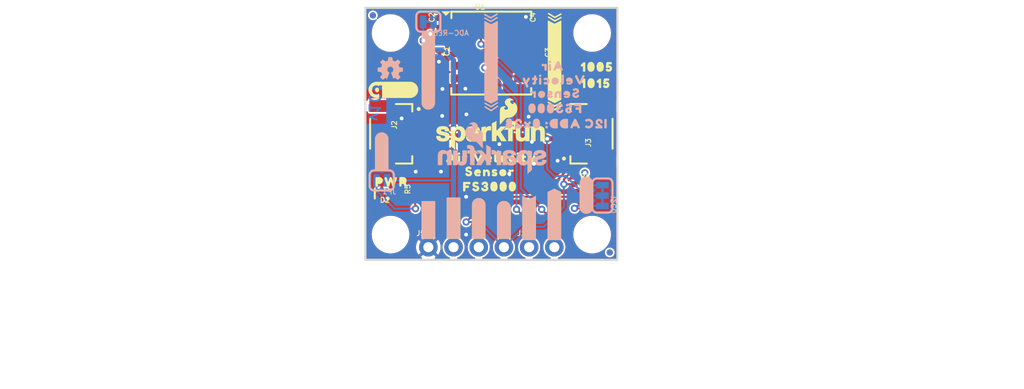
<source format=kicad_pcb>
(kicad_pcb (version 20211014) (generator pcbnew)
  (layers (0 "F.Cu" signal) (31 "B.Cu" signal) (34 "B.Paste" user) (35 "F.Paste" user) (36 "B.SilkS" user "B.Silkscreen") (37 "F.SilkS" user "F.Silkscreen") (38 "B.Mask" user) (39 "F.Mask" user) (44 "Edge.Cuts" user))
  (net 0 "")
  (net 1 "3.3V")
  (net 2 "GND")
  (net 3 "SCL")
  (net 4 "SDA")
  (net 5 "N$1")
  (net 6 "N$2")
  (net 7 "N$6")
  (net 8 "N$8")
  (net 9 "N$3")
  (net 10 "N$4")
  (net 11 "VCM")
  (net 12 "ADC-REF")
  (footprint "eagleBoard:QWIIC_5MM" (layer "F.Cu") (at 138.5951 100.5586)
    (fp_text reference "LOGO4" hide)
    (fp_text value "QWIIC_LOGO_5MM" hide)
  )
  (footprint "eagleBoard:#ADCR#4" (layer "F.Cu") (at 154.8511 116.0526 90)
    (fp_text reference "U$10" hide)
    (fp_text value "" hide)
  )
  (footprint "eagleBoard:STAND-OFF" (layer "F.Cu") (at 158.6611 94.8436)
    (fp_text reference "JP4" hide)
    (fp_text value "STAND-OFF" hide)
    (pad "" np_thru_hole circle (at 0 0) (size 3.302 3.302) (drill 3.302) (layers *.Cu *.Mask))
  )
  (footprint "eagleBoard:SFE_LOGO_NAME_FLAME_.1" (layer "F.Cu") (at 148.5011 105.1306)
    (fp_text reference "LOGO5" hide)
    (fp_text value "SFE_LOGO_NAME_FLAME.1_INCH" hide)
  )
  (footprint "eagleBoard:SENSOR30005" (layer "F.Cu") (at 148.3741 108.8136)
    (fp_text reference "U$19" hide)
    (fp_text value "" hide)
  )
  (footprint "eagleBoard:#VCM#3" (layer "F.Cu") (at 152.3111 116.0526 90)
    (fp_text reference "U$30" hide)
    (fp_text value "" hide)
  )
  (footprint "eagleBoard:CREATIVE_COMMONS" (layer "F.Cu") (at 119.2911 130.4036)
    (fp_text reference "FRAME1" hide)
    (fp_text value "FRAME-LETTER" hide)
  )
  (footprint "eagleBoard:FIDUCIAL-MICRO" (layer "F.Cu") (at 160.4391 116.967)
    (fp_text reference "JP2" hide)
    (fp_text value "FIDUCIALUFIDUCIAL" hide)
    (pad "1" smd roundrect (at 0 0) (size 0.635 0.635) (layers "F.Cu" "F.Mask") (roundrect_rratio 0.5))
  )
  (footprint "eagleBoard:STAND-OFF" (layer "F.Cu") (at 138.3411 94.8436)
    (fp_text reference "JP3" hide)
    (fp_text value "STAND-OFF" hide)
    (pad "" np_thru_hole circle (at 0 0) (size 3.302 3.302) (drill 3.302) (layers *.Cu *.Mask))
  )
  (footprint "eagleBoard:0402-TIGHT" (layer "F.Cu") (at 157.3911 110.0836)
    (fp_text reference "R4" (at 0 -0.762) (layer "F.SilkS") (effects (font (size 0.512064 0.512064) (thickness 0.097536)) (justify left)))
    (fp_text value "2.2k")
    (pad "1" smd roundrect (at -0.5 0) (size 0.6 0.6) (layers "F.Cu" "F.Paste" "F.Mask") (roundrect_rratio 0.08466666667) (net 3 "SCL"))
    (pad "2" smd roundrect (at 0.5 0) (size 0.6 0.6) (layers "F.Cu" "F.Paste" "F.Mask") (roundrect_rratio 0.08466666667) (net 6 "N$2"))
  )
  (footprint "eagleBoard:#AIRFLOW#0" (layer "F.Cu") (at 154.8765 97.7392 90)
    (fp_text reference "U$23" hide)
    (fp_text value "" hide)
  )
  (footprint "eagleBoard:FS3000" (layer "F.Cu") (at 148.5011 96.8756)
    (fp_text reference "U1" (at -1.7145 -4.65455) (layer "F.SilkS") (effects (font (size 0.512064 0.512064) (thickness 0.097536)) (justify left)))
    (fp_text value "FS3000")
    (fp_poly (pts (xy 1.005 4.035) (xy -1.005 4.035) (xy -1.005 2.965) (xy 1.005 2.965)) (layer "F.Cu") (width 0) (fill solid))
    (fp_poly (pts (xy 1.005 -3.085) (xy -1.005 -3.085) (xy -1.005 -4.045) (xy 1.005 -4.045)) (layer "F.Cu") (width 0) (fill solid))
    (pad "1" smd roundrect (at -3.2 -2.54) (size 1.8 0.8) (layers "F.Cu" "F.Mask") (roundrect_rratio 0.0635) (net 12 "ADC-REF"))
    (pad "2" smd roundrect (at -3.2 -1.27) (size 1.8 0.8) (layers "F.Cu" "F.Mask") (roundrect_rratio 0.0635) (net 1 "3.3V"))
    (pad "3" smd roundrect (at -3.05 0) (size 2.1 0.8) (layers "F.Cu" "F.Mask") (roundrect_rratio 0.0635) (net 2 "GND"))
    (pad "4" smd roundrect (at -3.2 1.27) (size 1.8 0.8) (layers "F.Cu" "F.Mask") (roundrect_rratio 0.0635))
    (pad "5" smd roundrect (at -3.2 2.54) (size 1.8 0.8) (layers "F.Cu" "F.Mask") (roundrect_rratio 0.0635))
    (pad "6" smd roundrect (at 3.2 2.54) (size 1.8 0.8) (layers "F.Cu" "F.Mask") (roundrect_rratio 0.0635) (net 4 "SDA"))
    (pad "7" smd roundrect (at 3.2 1.27) (size 1.8 0.8) (layers "F.Cu" "F.Mask") (roundrect_rratio 0.0635) (net 3 "SCL"))
    (pad "8" smd roundrect (at 3.2 0) (size 1.8 0.8) (layers "F.Cu" "F.Mask") (roundrect_rratio 0.0635) (net 10 "N$4"))
    (pad "9" smd roundrect (at 3.2 -1.27) (size 1.8 0.8) (layers "F.Cu" "F.Mask") (roundrect_rratio 0.0635) (net 9 "N$3"))
    (pad "10" smd roundrect (at 3.2 -2.54) (size 1.8 0.8) (layers "F.Cu" "F.Mask") (roundrect_rratio 0.0635) (net 11 "VCM"))
    (pad "11" smd roundrect (at 0 3.24) (size 2 1.59) (layers "F.Cu" "F.Mask") (roundrect_rratio 0.375))
    (pad "12" smd roundrect (at 0 -3.24) (size 2 1.59) (layers "F.Cu" "F.Mask") (roundrect_rratio 0.375))
  )
  (footprint "eagleBoard:0402-TIGHT" (layer "F.Cu") (at 143.2687 96.1136 -90)
    (fp_text reference "C1" (at 0 -0.762 90) (layer "F.SilkS") (effects (font (size 0.512064 0.512064) (thickness 0.097536)) (justify right)))
    (fp_text value "0.1uF")
    (pad "1" smd roundrect (at -0.5 0 270) (size 0.6 0.6) (layers "F.Cu" "F.Paste" "F.Mask") (roundrect_rratio 0.08466666667) (net 1 "3.3V"))
    (pad "2" smd roundrect (at 0.5 0 270) (size 0.6 0.6) (layers "F.Cu" "F.Paste" "F.Mask") (roundrect_rratio 0.08466666667) (net 2 "GND"))
  )
  (footprint "eagleBoard:AIR30004" (layer "F.Cu") (at 145.0721 107.4166)
    (fp_text reference "U$18" hide)
    (fp_text value "" hide)
  )
  (footprint "eagleBoard:LED-0603" (layer "F.Cu") (at 138.3411 111.0488 180)
    (fp_text reference "D2" (at 0 -0.635) (layer "F.SilkS") (effects (font (size 0.512064 0.512064) (thickness 0.097536)) (justify right)))
    (fp_text value "RED")
    (pad "A" smd roundrect (at -0.877 0 90) (size 1 1) (layers "F.Cu" "F.Paste" "F.Mask") (roundrect_rratio 0.15) (net 7 "N$6"))
    (pad "C" smd roundrect (at 0.877 0 90) (size 1 1) (layers "F.Cu" "F.Paste" "F.Mask") (roundrect_rratio 0.15) (net 2 "GND"))
  )
  (footprint "eagleBoard:0402-TIGHT" (layer "F.Cu") (at 143.2687 93.8276 90)
    (fp_text reference "C2" (at 0 -0.762 90) (layer "F.SilkS") (effects (font (size 0.512064 0.512064) (thickness 0.097536)) (justify left)))
    (fp_text value "0.1uF")
    (pad "1" smd roundrect (at -0.5 0 90) (size 0.6 0.6) (layers "F.Cu" "F.Paste" "F.Mask") (roundrect_rratio 0.08466666667) (net 12 "ADC-REF"))
    (pad "2" smd roundrect (at 0.5 0 90) (size 0.6 0.6) (layers "F.Cu" "F.Paste" "F.Mask") (roundrect_rratio 0.08466666667) (net 2 "GND"))
  )
  (footprint "eagleBoard:#3#3V#0" (layer "F.Cu") (at 144.6911 115.9256 90)
    (fp_text reference "U$7" hide)
    (fp_text value "" hide)
  )
  (footprint "eagleBoard:#SCL#0" (layer "F.Cu") (at 149.7711 115.9256 90)
    (fp_text reference "U$11" hide)
    (fp_text value "" hide)
  )
  (footprint "eagleBoard:JST04_1MM_RA" (layer "F.Cu") (at 156.1211 105.0036 90)
    (fp_text reference "J3" (at -1.397 2.159 90) (layer "F.SilkS") (effects (font (size 0.512064 0.512064) (thickness 0.097536)) (justify left)))
    (fp_text value "QWIIC_RA")
    (pad "1" smd roundrect (at -1.5 0 90) (size 0.6 1.35) (layers "F.Cu" "F.Paste" "F.Mask") (roundrect_rratio 0.08466666667) (net 2 "GND"))
    (pad "2" smd roundrect (at -0.5 0 90) (size 0.6 1.35) (layers "F.Cu" "F.Paste" "F.Mask") (roundrect_rratio 0.08466666667) (net 1 "3.3V"))
    (pad "3" smd roundrect (at 0.5 0 90) (size 0.6 1.35) (layers "F.Cu" "F.Paste" "F.Mask") (roundrect_rratio 0.08466666667) (net 4 "SDA"))
    (pad "4" smd roundrect (at 1.5 0 90) (size 0.6 1.35) (layers "F.Cu" "F.Paste" "F.Mask") (roundrect_rratio 0.08466666667) (net 3 "SCL"))
    (pad "NC1" smd roundrect (at 2.8 3.675 90) (size 1.2 2) (layers "F.Cu" "F.Paste" "F.Mask") (roundrect_rratio 0.04233333333))
    (pad "NC2" smd roundrect (at -2.8 3.675 90) (size 1.2 2) (layers "F.Cu" "F.Paste" "F.Mask") (roundrect_rratio 0.04233333333))
  )
  (footprint "eagleBoard:VELOCITY30003" (layer "F.Cu") (at 149.8981 107.4166)
    (fp_text reference "U$16" hide)
    (fp_text value "" hide)
  )
  (footprint "eagleBoard:0402-TIGHT" (layer "F.Cu") (at 140.8303 111.1504 90)
    (fp_text reference "R5" (at 0 -0.762 90) (layer "F.SilkS") (effects (font (size 0.512064 0.512064) (thickness 0.097536)) (justify left)))
    (fp_text value "1k")
    (pad "1" smd roundrect (at -0.5 0 90) (size 0.6 0.6) (layers "F.Cu" "F.Paste" "F.Mask") (roundrect_rratio 0.08466666667) (net 8 "N$8"))
    (pad "2" smd roundrect (at 0.5 0 90) (size 0.6 0.6) (layers "F.Cu" "F.Paste" "F.Mask") (roundrect_rratio 0.08466666667) (net 7 "N$6"))
  )
  (footprint "eagleBoard:10050" (layer "F.Cu") (at 159.1691 98.2726)
    (fp_text reference "U$12" hide)
    (fp_text value "" hide)
  )
  (footprint "eagleBoard:PWR0" (layer "F.Cu") (at 138.4427 109.855)
    (fp_text reference "U$25" hide)
    (fp_text value "" hide)
  )
  (footprint "eagleBoard:STAND-OFF" (layer "F.Cu") (at 138.3411 115.1636)
    (fp_text reference "JP8" hide)
    (fp_text value "STAND-OFF" hide)
    (pad "" np_thru_hole circle (at 0 0) (size 3.302 3.302) (drill 3.302) (layers *.Cu *.Mask))
  )
  (footprint "eagleBoard:0402-TIGHT" (layer "F.Cu") (at 153.4541 96.2406 -90)
    (fp_text reference "C3" (at 0 -0.762 90) (layer "F.SilkS") (effects (font (size 0.512064 0.512064) (thickness 0.097536)) (justify right)))
    (fp_text value "0.1uF")
    (pad "1" smd roundrect (at -0.5 0 270) (size 0.6 0.6) (layers "F.Cu" "F.Paste" "F.Mask") (roundrect_rratio 0.08466666667) (net 9 "N$3"))
    (pad "2" smd roundrect (at 0.5 0 270) (size 0.6 0.6) (layers "F.Cu" "F.Paste" "F.Mask") (roundrect_rratio 0.08466666667) (net 10 "N$4"))
  )
  (footprint "eagleBoard:FS30001" (layer "F.Cu") (at 148.3741 110.3376)
    (fp_text reference "U$14" hide)
    (fp_text value "" hide)
  )
  (footprint "eagleBoard:10150" (layer "F.Cu") (at 159.0421 99.9236)
    (fp_text reference "U$29" hide)
    (fp_text value "" hide)
  )
  (footprint "eagleBoard:0402-TIGHT" (layer "F.Cu") (at 157.3911 111.3536)
    (fp_text reference "R3" (at 0 -0.762) (layer "F.SilkS") (effects (font (size 0.512064 0.512064) (thickness 0.097536)) (justify left)))
    (fp_text value "2.2k")
    (pad "1" smd roundrect (at -0.5 0) (size 0.6 0.6) (layers "F.Cu" "F.Paste" "F.Mask") (roundrect_rratio 0.08466666667) (net 4 "SDA"))
    (pad "2" smd roundrect (at 0.5 0) (size 0.6 0.6) (layers "F.Cu" "F.Paste" "F.Mask") (roundrect_rratio 0.08466666667) (net 5 "N$1"))
  )
  (footprint "eagleBoard:0402-TIGHT" (layer "F.Cu") (at 153.4541 93.8276 90)
    (fp_text reference "C4" (at 0 -0.762 90) (layer "F.SilkS") (effects (font (size 0.512064 0.512064) (thickness 0.097536)) (justify left)))
    (fp_text value "1.0uF")
    (pad "1" smd roundrect (at -0.5 0 90) (size 0.6 0.6) (layers "F.Cu" "F.Paste" "F.Mask") (roundrect_rratio 0.08466666667) (net 11 "VCM"))
    (pad "2" smd roundrect (at 0.5 0 90) (size 0.6 0.6) (layers "F.Cu" "F.Paste" "F.Mask") (roundrect_rratio 0.08466666667) (net 2 "GND"))
  )
  (footprint "eagleBoard:STAND-OFF" (layer "F.Cu") (at 158.6611 115.1636)
    (fp_text reference "JP7" hide)
    (fp_text value "STAND-OFF" hide)
    (pad "" np_thru_hole circle (at 0 0) (size 3.302 3.302) (drill 3.302) (layers *.Cu *.Mask))
  )
  (footprint "eagleBoard:FIDUCIAL-MICRO" (layer "F.Cu") (at 136.5631 93.0656)
    (fp_text reference "JP6" hide)
    (fp_text value "FIDUCIALUFIDUCIAL" hide)
    (pad "1" smd roundrect (at 0 0) (size 0.635 0.635) (layers "F.Cu" "F.Mask") (roundrect_rratio 0.5))
  )
  (footprint "eagleBoard:1X02_NO_SILK" (layer "F.Cu") (at 152.3111 116.4336)
    (fp_text reference "J1" (at -1.27 -1.397) (layer "F.SilkS") (effects (font (size 0.512064 0.512064) (thickness 0.097536)) (justify left)))
    (fp_text value "")
    (pad "1" thru_hole circle (at 0 0 90) (size 1.8796 1.8796) (drill 1.016) (layers *.Cu *.Mask) (net 11 "VCM"))
    (pad "2" thru_hole circle (at 2.54 0 90) (size 1.8796 1.8796) (drill 1.016) (layers *.Cu *.Mask) (net 12 "ADC-REF"))
  )
  (footprint "eagleBoard:1X04_NO_SILK" (layer "F.Cu") (at 142.1511 116.4336)
    (fp_text reference "J5" (at -1.27 -1.397) (layer "F.SilkS") (effects (font (size 0.512064 0.512064) (thickness 0.097536)) (justify left)))
    (fp_text value "")
    (pad "1" thru_hole circle (at 0 0 90) (size 1.8796 1.8796) (drill 1.016) (layers *.Cu *.Mask) (net 2 "GND"))
    (pad "2" thru_hole circle (at 2.54 0 90) (size 1.8796 1.8796) (drill 1.016) (layers *.Cu *.Mask) (net 1 "3.3V"))
    (pad "3" thru_hole circle (at 5.08 0 90) (size 1.8796 1.8796) (drill 1.016) (layers *.Cu *.Mask) (net 4 "SDA"))
    (pad "4" thru_hole circle (at 7.62 0 90) (size 1.8796 1.8796) (drill 1.016) (layers *.Cu *.Mask) (net 3 "SCL"))
  )
  (footprint "eagleBoard:JST04_1MM_RA" (layer "F.Cu") (at 140.8811 105.0036 -90)
    (fp_text reference "J2" (at -1.397 2.159 90) (layer "F.SilkS") (effects (font (size 0.512064 0.512064) (thickness 0.097536)) (justify right)))
    (fp_text value "QWIIC_RA")
    (pad "1" smd roundrect (at -1.5 0 270) (size 0.6 1.35) (layers "F.Cu" "F.Paste" "F.Mask") (roundrect_rratio 0.08466666667) (net 2 "GND"))
    (pad "2" smd roundrect (at -0.5 0 270) (size 0.6 1.35) (layers "F.Cu" "F.Paste" "F.Mask") (roundrect_rratio 0.08466666667) (net 1 "3.3V"))
    (pad "3" smd roundrect (at 0.5 0 270) (size 0.6 1.35) (layers "F.Cu" "F.Paste" "F.Mask") (roundrect_rratio 0.08466666667) (net 4 "SDA"))
    (pad "4" smd roundrect (at 1.5 0 270) (size 0.6 1.35) (layers "F.Cu" "F.Paste" "F.Mask") (roundrect_rratio 0.08466666667) (net 3 "SCL"))
    (pad "NC1" smd roundrect (at 2.8 3.675 270) (size 1.2 2) (layers "F.Cu" "F.Paste" "F.Mask") (roundrect_rratio 0.04233333333))
    (pad "NC2" smd roundrect (at -2.8 3.675 270) (size 1.2 2) (layers "F.Cu" "F.Paste" "F.Mask") (roundrect_rratio 0.04233333333))
  )
  (footprint "eagleBoard:#SDA#0" (layer "F.Cu") (at 147.2311 115.9256 90)
    (fp_text reference "U$9" hide)
    (fp_text value "" hide)
  )
  (footprint "eagleBoard:#GND#0" (layer "F.Cu") (at 142.1511 115.9256 90)
    (fp_text reference "U$5" hide)
    (fp_text value "" hide)
  )
  (footprint "eagleBoard:#VCM#3" (layer "B.Cu") (at 152.3111 116.0526 90)
    (fp_text reference "U$31" hide)
    (fp_text value "" hide)
  )
  (footprint "eagleBoard:SMT-JUMPER_2_NC_TRACE_SILK" (layer "B.Cu") (at 142.1511 93.7006)
    (fp_text reference "ADC-REF0" (at 0 1.143) (layer "B.SilkS") (effects (font (size 0.512064 0.512064) (thickness 0.097536)) (justify right mirror)))
    (fp_text value "")
    (fp_poly (pts (xy 0.1905 -0.13335) (xy -0.70485 -0.13335) (xy -0.70485 0.13335) (xy 0.1905 0.13335)) (layer "B.Cu") (width 0) (fill solid))
    (pad "1" smd roundrect (at -0.5207 0) (size 0.6604 1.27) (layers "B.Cu" "B.Mask") (roundrect_rratio 0.07692307692) (net 1 "3.3V"))
    (pad "2" smd roundrect (at 0.5207 0) (size 0.6604 1.27) (layers "B.Cu" "B.Mask") (roundrect_rratio 0.07692307692) (net 12 "ADC-REF"))
  )
  (footprint "eagleBoard:#ADC#REF#0" (layer "B.Cu") (at 142.1511 94.4626 90)
    (fp_text reference "U$15" hide)
    (fp_text value "" hide)
  )
  (footprint "eagleBoard:FS30001" (layer "B.Cu") (at 154.8511 102.4636 180)
    (fp_text reference "U$17" hide)
    (fp_text value "" hide)
  )
  (footprint "eagleBoard:#GND#0" (layer "B.Cu") (at 142.1511 115.9256 90)
    (fp_text reference "U$6" hide)
    (fp_text value "" hide)
  )
  (footprint "eagleBoard:SFE_LOGO_NAME_FLAME_.1" (layer "B.Cu") (at 148.5011 107.5436 180)
    (fp_text reference "LOGO3" hide)
    (fp_text value "SFE_LOGO_NAME_FLAME.1_INCH" hide)
  )
  (footprint "eagleBoard:#ADCR#4" (layer "B.Cu") (at 154.8511 116.0526 90)
    (fp_text reference "U$13" hide)
    (fp_text value "" hide)
  )
  (footprint "eagleBoard:I2C_ADD#_0X280" (layer "B.Cu") (at 154.9781 103.9876 180)
    (fp_text reference "U$28" hide)
    (fp_text value "" hide)
  )
  (footprint "eagleBoard:#SDA#0" (layer "B.Cu") (at 147.2311 115.9256 90)
    (fp_text reference "U$4" hide)
    (fp_text value "" hide)
  )
  (footprint "eagleBoard:#I2C#0" (layer "B.Cu") (at 158.0769 109.3216 90)
    (fp_text reference "U$27" hide)
    (fp_text value "" hide)
  )
  (footprint "eagleBoard:FIDUCIAL-MICRO" (layer "B.Cu") (at 160.4391 116.967 180)
    (fp_text reference "JP11" hide)
    (fp_text value "FIDUCIALUFIDUCIAL" hide)
    (pad "1" smd roundrect (at 0 0 180) (size 0.635 0.635) (layers "B.Cu" "B.Mask") (roundrect_rratio 0.5))
  )
  (footprint "eagleBoard:#SCL#0" (layer "B.Cu") (at 149.7711 115.9256 90)
    (fp_text reference "U$3" hide)
    (fp_text value "" hide)
  )
  (footprint "eagleBoard:#AIRFLOW#0" (layer "B.Cu") (at 148.4757 97.79 90)
    (fp_text reference "U$26" hide)
    (fp_text value "" hide)
  )
  (footprint "eagleBoard:SMT-JUMPER_2_NC_TRACE_SILK" (layer "B.Cu") (at 137.4521 109.7026)
    (fp_text reference "JP1" (at 0 1.143) (layer "B.SilkS") (effects (font (size 0.512064 0.512064) (thickness 0.097536)) (justify right mirror)))
    (fp_text value "LED")
    (fp_poly (pts (xy 0.1905 -0.13335) (xy -0.70485 -0.13335) (xy -0.70485 0.13335) (xy 0.1905 0.13335)) (layer "B.Cu") (width 0) (fill solid))
    (pad "1" smd roundrect (at -0.5207 0) (size 0.6604 1.27) (layers "B.Cu" "B.Mask") (roundrect_rratio 0.07692307692) (net 8 "N$8"))
    (pad "2" smd roundrect (at 0.5207 0) (size 0.6604 1.27) (layers "B.Cu" "B.Mask") (roundrect_rratio 0.07692307692) (net 1 "3.3V"))
  )
  (footprint "eagleBoard:OSHW-LOGO-MINI" (layer "B.Cu") (at 138.3157 98.5266 180)
    (fp_text reference "LOGO1" hide)
    (fp_text value "OSHW-LOGOMINI" hide)
  )
  (footprint "eagleBoard:FIDUCIAL-MICRO" (layer "B.Cu") (at 136.5631 93.0656 180)
    (fp_text reference "JP5" hide)
    (fp_text value "FIDUCIALUFIDUCIAL" hide)
    (pad "1" smd roundrect (at 0 0 180) (size 0.635 0.635) (layers "B.Cu" "B.Mask") (roundrect_rratio 0.5))
  )
  (footprint "eagleBoard:AIR30004" (layer "B.Cu") (at 154.5717 98.171 180)
    (fp_text reference "U$21" hide)
    (fp_text value "" hide)
  )
  (footprint "eagleBoard:#LED#0" (layer "B.Cu") (at 137.4521 109.0676 90)
    (fp_text reference "U$24" hide)
    (fp_text value "" hide)
  )
  (footprint "eagleBoard:SENSOR30005" (layer "B.Cu") (at 154.8511 100.9142 180)
    (fp_text reference "U$22" hide)
    (fp_text value "" hide)
  )
  (footprint "eagleBoard:VELOCITY30003" (layer "B.Cu") (at 154.6987 99.568 180)
    (fp_text reference "U$20" hide)
    (fp_text value "" hide)
  )
  (footprint "eagleBoard:#3#3V#0" (layer "B.Cu") (at 144.6911 115.9256 90)
    (fp_text reference "U$8" hide)
    (fp_text value "" hide)
  )
  (footprint "eagleBoard:SMT-JUMPER_3_2-NC_TRACE_SILK" (layer "B.Cu") (at 159.7025 111.2266 90)
    (fp_text reference "I2C0" (at 0 1.143 90) (layer "B.SilkS") (effects (font (size 0.512064 0.512064) (thickness 0.097536)) (justify left mirror)))
    (fp_text value "")
    (fp_poly (pts (xy 0.7112 -0.13335) (xy -0.7112 -0.13335) (xy -0.7112 0.13335) (xy 0.7112 0.13335)) (layer "B.Cu") (width 0) (fill solid))
    (pad "1" smd roundrect (at -1.0414 0 90) (size 0.6604 1.27) (layers "B.Cu" "B.Mask") (roundrect_rratio 0.07692307692) (net 5 "N$1"))
    (pad "2" smd roundrect (at 0 0 90) (size 0.6604 1.27) (layers "B.Cu" "B.Mask") (roundrect_rratio 0.07692307692) (net 1 "3.3V"))
    (pad "3" smd roundrect (at 1.0414 0 90) (size 0.6604 1.27) (layers "B.Cu" "B.Mask") (roundrect_rratio 0.07692307692) (net 6 "N$2"))
  )
  (gr_line (start 148.4757 102.2604) (end 149.1107 101.8794) (layer "B.SilkS") (width 0.1524))
  (gr_line (start 148.4503 93.3196) (end 149.0853 92.9386) (layer "B.SilkS") (width 0.1524))
  (gr_line (start 147.8407 93.345) (end 148.4503 93.6752) (layer "B.SilkS") (width 0.1524))
  (gr_line (start 147.8661 102.2858) (end 148.4757 102.6668) (layer "B.SilkS") (width 0.1524))
  (gr_line (start 147.8407 92.9894) (end 148.4503 93.3196) (layer "B.SilkS") (width 0.1524))
  (gr_line (start 148.4503 93.6752) (end 149.0853 93.2942) (layer "B.SilkS") (width 0.1524))
  (gr_line (start 147.8661 101.9302) (end 148.4757 102.2604) (layer "B.SilkS") (width 0.1524))
  (gr_line (start 148.4757 102.6668) (end 149.1107 102.235) (layer "B.SilkS") (width 0.1524))
  (gr_line (start 154.8765 102.2096) (end 154.2415 101.8286) (layer "F.SilkS") (width 0.1524))
  (gr_line (start 154.9019 93.6244) (end 154.2669 93.2434) (layer "F.SilkS") (width 0.1524))
  (gr_line (start 154.9019 93.2688) (end 154.2669 92.8878) (layer "F.SilkS") (width 0.1524))
  (gr_line (start 155.5115 92.9386) (end 154.9019 93.2688) (layer "F.SilkS") (width 0.1524))
  (gr_line (start 155.5115 93.2942) (end 154.9019 93.6244) (layer "F.SilkS") (width 0.1524))
  (gr_line (start 154.8765 102.5652) (end 154.2415 102.1842) (layer "F.SilkS") (width 0.1524))
  (gr_line (start 155.4861 102.235) (end 154.8765 102.5652) (layer "F.SilkS") (width 0.1524))
  (gr_line (start 155.4861 101.8794) (end 154.8765 102.2096) (layer "F.SilkS") (width 0.1524))
  (gr_line (start 161.2011 92.3036) (end 161.2011 117.7036) (layer "Edge.Cuts") (width 0.2032))
  (gr_line (start 135.8011 92.3036) (end 161.2011 92.3036) (layer "Edge.Cuts") (width 0.2032))
  (gr_line (start 161.2011 117.7036) (end 135.8011 117.7036) (layer "Edge.Cuts") (width 0.2032))
  (gr_line (start 135.8011 117.7036) (end 135.8011 92.3036) (layer "Edge.Cuts") (width 0.2032))
  (gr_text "v10" (at 136.7155 102.2858 -90) (layer "B.Cu") (effects (font (size 1.0795 1.0795) (thickness 0.1905)) (justify mirror)))
  (segment (start 154.1319 105.5036) (end 153.1319 104.5036) (width 0.508) (layer "F.Cu") (net 1))
  (segment (start 143.2687 95.6136) (end 145.2931 95.6136) (width 0.2032) (layer "F.Cu") (net 1))
  (segment (start 140.8811 104.5036) (end 144.6831 104.5036) (width 0.508) (layer "F.Cu") (net 1))
  (segment (start 145.2931 95.6136) (end 145.3011 95.6056) (width 0.2032) (layer "F.Cu") (net 1))
  (segment (start 143.2607 95.6056) (end 143.2687 95.6136) (width 0.2032) (layer "F.Cu") (net 1))
  (segment (start 141.6431 95.6056) (end 143.2607 95.6056) (width 0.2032) (layer "F.Cu") (net 1))
  (segment (start 144.6831 104.5036) (end 144.6911 104.4956) (width 0.508) (layer "F.Cu") (net 1))
  (segment (start 156.1211 105.5036) (end 154.1319 105.5036) (width 0.508) (layer "F.Cu") (net 1))
  (segment (start 153.1319 104.5036) (end 144.6831 104.5036) (width 0.508) (layer "F.Cu") (net 1))
  (via (at 154.1319 105.5036) (size 0.7366) (drill 0.381) (layers "F.Cu" "B.Cu") (net 1))
  (via (at 144.6911 104.4956) (size 0.7366) (drill 0.381) (layers "F.Cu" "B.Cu") (net 1))
  (via (at 141.6431 95.6056) (size 0.7366) (drill 0.381) (layers "F.Cu" "B.Cu") (net 1))
  (segment (start 156.0195 109.2708) (end 154.8511 109.2708) (width 0.2032) (layer "B.Cu") (net 1))
  (segment (start 154.8511 109.2708) (end 154.1145 108.5342) (width 0.2032) (layer "B.Cu") (net 1))
  (segment (start 144.6911 104.4956) (end 144.6911 97.5868) (width 0.508) (layer "B.Cu") (net 1))
  (segment (start 143.6497 96.5454) (end 142.5829 96.5454) (width 0.508) (layer "B.Cu") (net 1))
  (segment (start 144.6911 116.4336) (end 144.6911 109.7026) (width 0.508) (layer "B.Cu") (net 1))
  (segment (start 154.1145 108.5342) (end 154.1145 105.521) (width 0.2032) (layer "B.Cu") (net 1))
  (segment (start 154.1145 105.521) (end 154.1319 105.5036) (width 0.2032) (layer "B.Cu") (net 1))
  (segment (start 157.9753 111.2266) (end 156.0195 109.2708) (width 0.2032) (layer "B.Cu") (net 1))
  (segment (start 142.5829 96.5454) (end 141.6431 95.6056) (width 0.508) (layer "B.Cu") (net 1))
  (segment (start 141.6304 95.5929) (end 141.6431 95.6056) (width 0.2032) (layer "B.Cu") (net 1))
  (segment (start 141.6304 93.7006) (end 141.6304 95.5929) (width 0.2032) (layer "B.Cu") (net 1))
  (segment (start 144.6911 109.7026) (end 144.6911 104.4956) (width 0.508) (layer "B.Cu") (net 1))
  (segment (start 159.7025 111.2266) (end 157.9753 111.2266) (width 0.2032) (layer "B.Cu") (net 1))
  (segment (start 144.6911 97.5868) (end 143.6497 96.5454) (width 0.508) (layer "B.Cu") (net 1))
  (segment (start 137.9728 109.7026) (end 144.6911 109.7026) (width 0.2032) (layer "B.Cu") (net 1))
  (via (at 143.2179 97.7392) (size 0.7366) (drill 0.381) (layers "F.Cu" "B.Cu") (net 2))
  (via (at 145.8849 100.457) (size 0.7366) (drill 0.381) (layers "F.Cu" "B.Cu") (net 2))
  (via (at 150.3045 109.0422) (size 0.7366) (drill 0.381) (layers "F.Cu" "B.Cu") (net 2))
  (via (at 152.5905 105.8164) (size 0.7366) (drill 0.381) (layers "F.Cu" "B.Cu") (net 2))
  (via (at 152.7937 108.0262) (size 0.7366) (drill 0.381) (layers "F.Cu" "B.Cu") (net 2))
  (via (at 140.8811 108.8136) (size 0.7366) (drill 0.381) (layers "F.Cu" "B.Cu") (net 2))
  (via (at 145.9611 111.3536) (size 0.7366) (drill 0.381) (layers "F.Cu" "B.Cu") (net 2))
  (via (at 143.5735 100.4824) (size 0.7366) (drill 0.381) (layers "F.Cu" "B.Cu") (net 2))
  (via (at 155.1813 107.7214) (size 0.7366) (drill 0.381) (layers "F.Cu" "B.Cu") (net 2))
  (via (at 152.2603 103.2764) (size 0.7366) (drill 0.381) (layers "F.Cu" "B.Cu") (net 2))
  (via (at 143.4211 108.8136) (size 0.7366) (drill 0.381) (layers "F.Cu" "B.Cu") (net 2))
  (via (at 149.3139 106.045) (size 0.7366) (drill 0.381) (layers "F.Cu" "B.Cu") (net 2))
  (via (at 151.9809 93.218) (size 0.7366) (drill 0.381) (layers "F.Cu" "B.Cu") (net 2))
  (via (at 145.9865 103.0478) (size 0.7366) (drill 0.381) (layers "F.Cu" "B.Cu") (net 2))
  (via (at 139.4587 103.4542) (size 0.7366) (drill 0.381) (layers "F.Cu" "B.Cu") (net 2))
  (via (at 143.5481 103.2002) (size 0.7366) (drill 0.381) (layers "F.Cu" "B.Cu") (net 2))
  (via (at 145.9611 115.1636) (size 0.7366) (drill 0.381) (layers "F.Cu" "B.Cu") (net 2))
  (segment (start 153.5557 98.6536) (end 153.5557 102.0826) (width 0.2032) (layer "F.Cu") (net 3))
  (segment (start 146.6215 108.3564) (end 146.6215 113.2332) (width 0.2032) (layer "F.Cu") (net 3))
  (segment (start 157.3389 103.5036) (end 156.1211 103.5036) (width 0.2032) (layer "F.Cu") (net 3))
  (segment (start 157.7467 103.9114) (end 157.7467 107.6452) (width 0.2032) (layer "F.Cu") (net 3))
  (segment (start 151.7011 98.1456) (end 153.0477 98.1456) (width 0.2032) (layer "F.Cu") (net 3))
  (segment (start 154.9767 103.5036) (end 156.1211 103.5036) (width 0.2032) (layer "F.Cu") (net 3))
  (segment (start 157.7467 107.6452) (end 155.8163 109.5756) (width 0.2032) (layer "F.Cu") (net 3))
  (segment (start 153.0477 98.1456) (end 153.5557 98.6536) (width 0.2032) (layer "F.Cu") (net 3))
  (segment (start 153.5557 102.0826) (end 154.9767 103.5036) (width 0.2032) (layer "F.Cu") (net 3))
  (segment (start 157.7467 103.9114) (end 157.3389 103.5036) (width 0.2032) (layer "F.Cu") (net 3))
  (segment (start 155.8163 109.5756) (end 155.8163 110.0836) (width 0.2032) (layer "F.Cu") (net 3))
  (segment (start 140.8811 106.5036) (end 144.7687 106.5036) (width 0.2032) (layer "F.Cu") (net 3))
  (segment (start 146.6215 113.2332) (end 145.9611 113.8936) (width 0.2032) (layer "F.Cu") (net 3))
  (segment (start 156.8911 110.0836) (end 155.8163 110.0836) (width 0.2032) (layer "F.Cu") (net 3))
  (segment (start 144.7687 106.5036) (end 146.6215 108.3564) (width 0.2032) (layer "F.Cu") (net 3))
  (via (at 155.8163 110.0836) (size 0.7366) (drill 0.381) (layers "F.Cu" "B.Cu") (net 3))
  (via (at 145.9611 113.8936) (size 0.7366) (drill 0.381) (layers "F.Cu" "B.Cu") (net 3))
  (segment (start 153.8097 114.3762) (end 155.8163 112.3696) (width 0.2032) (layer "B.Cu") (net 3))
  (segment (start 149.7711 116.4336) (end 151.8285 114.3762) (width 0.2032) (layer "B.Cu") (net 3))
  (segment (start 151.8285 114.3762) (end 153.8097 114.3762) (width 0.2032) (layer "B.Cu") (net 3))
  (segment (start 147.2311 113.8936) (end 149.7711 116.4336) (width 0.2032) (layer "B.Cu") (net 3))
  (segment (start 145.9611 113.8936) (end 147.2311 113.8936) (width 0.2032) (layer "B.Cu") (net 3))
  (segment (start 155.8163 112.3696) (end 155.8163 110.0836) (width 0.2032) (layer "B.Cu") (net 3))
  (segment (start 156.8911 111.3536) (end 154.9527 111.3536) (width 0.2032) (layer "F.Cu") (net 4))
  (segment (start 154.9527 109.855) (end 154.9527 111.3536) (width 0.2032) (layer "F.Cu") (net 4))
  (segment (start 156.1211 104.5036) (end 155.0115 104.5036) (width 0.2032) (layer "F.Cu") (net 4))
  (segment (start 155.0115 104.5036) (end 152.9461 102.4382) (width 0.2032) (layer "F.Cu") (net 4))
  (segment (start 152.7175 99.4156) (end 151.7011 99.4156) (width 0.2032) (layer "F.Cu") (net 4))
  (segment (start 157.2895 107.5182) (end 154.9527 109.855) (width 0.2032) (layer "F.Cu") (net 4))
  (segment (start 152.9461 99.6442) (end 152.7175 99.4156) (width 0.2032) (layer "F.Cu") (net 4))
  (segment (start 147.2311 107.95) (end 144.7847 105.5036) (width 0.2032) (layer "F.Cu") (net 4))
  (segment (start 157.2895 104.6988) (end 157.2895 107.5182) (width 0.2032) (layer "F.Cu") (net 4))
  (segment (start 144.7847 105.5036) (end 140.8811 105.5036) (width 0.2032) (layer "F.Cu") (net 4))
  (segment (start 152.9461 102.4382) (end 152.9461 99.6442) (width 0.2032) (layer "F.Cu") (net 4))
  (segment (start 156.1211 104.5036) (end 157.0943 104.5036) (width 0.2032) (layer "F.Cu") (net 4))
  (segment (start 157.0943 104.5036) (end 157.2895 104.6988) (width 0.2032) (layer "F.Cu") (net 4))
  (segment (start 147.2311 111.3536) (end 147.2311 107.95) (width 0.2032) (layer "F.Cu") (net 4))
  (segment (start 147.2311 116.4336) (end 147.2311 111.3536) (width 0.2032) (layer "F.Cu") (net 4))
  (segment (start 154.9527 111.3536) (end 147.2311 111.3536) (width 0.2032) (layer "F.Cu") (net 4))
  (segment (start 157.8911 112.1236) (end 157.4927 112.522) (width 0.2032) (layer "F.Cu") (net 5))
  (segment (start 157.8911 111.3536) (end 157.8911 112.1236) (width 0.2032) (layer "F.Cu") (net 5))
  (segment (start 157.4927 112.522) (end 156.8831 112.522) (width 0.2032) (layer "F.Cu") (net 5))
  (via (at 156.8831 112.522) (size 0.7366) (drill 0.381) (layers "F.Cu" "B.Cu") (net 5))
  (segment (start 157.1371 112.268) (end 156.8831 112.522) (width 0.2032) (layer "B.Cu") (net 5))
  (segment (start 159.7025 112.268) (end 157.1371 112.268) (width 0.2032) (layer "B.Cu") (net 5))
  (segment (start 157.8911 110.0836) (end 157.8911 108.974) (width 0.2032) (layer "F.Cu") (net 6))
  (segment (start 157.8911 108.974) (end 157.9245 108.9406) (width 0.2032) (layer "F.Cu") (net 6))
  (via (at 157.9245 108.9406) (size 0.7366) (drill 0.381) (layers "F.Cu" "B.Cu") (net 6))
  (segment (start 158.3817 110.1852) (end 159.7025 110.1852) (width 0.2032) (layer "B.Cu") (net 6))
  (segment (start 157.9245 109.728) (end 158.3817 110.1852) (width 0.2032) (layer "B.Cu") (net 6))
  (segment (start 157.9245 108.9406) (end 157.9245 109.728) (width 0.2032) (layer "B.Cu") (net 6))
  (segment (start 140.2889 110.6504) (end 139.8905 111.0488) (width 0.2032) (layer "F.Cu") (net 7))
  (segment (start 140.8303 110.6504) (end 140.2889 110.6504) (width 0.2032) (layer "F.Cu") (net 7))
  (segment (start 139.8905 111.0488) (end 139.2181 111.0488) (width 0.2032) (layer "F.Cu") (net 7))
  (segment (start 140.8557 112.5474) (end 140.8303 112.522) (width 0.2032) (layer "F.Cu") (net 8))
  (segment (start 140.8303 112.522) (end 140.8303 111.6504) (width 0.2032) (layer "F.Cu") (net 8))
  (via (at 140.8557 112.5474) (size 0.7366) (drill 0.381) (layers "F.Cu" "B.Cu") (net 8))
  (segment (start 136.9314 110.7313) (end 138.7475 112.5474) (width 0.2032) (layer "B.Cu") (net 8))
  (segment (start 136.9314 109.7026) (end 136.9314 110.7313) (width 0.2032) (layer "B.Cu") (net 8))
  (segment (start 138.7475 112.5474) (end 140.8557 112.5474) (width 0.2032) (layer "B.Cu") (net 8))
  (segment (start 153.3191 95.6056) (end 153.4541 95.7406) (width 0.2032) (layer "F.Cu") (net 9))
  (segment (start 151.7011 95.6056) (end 153.3191 95.6056) (width 0.2032) (layer "F.Cu") (net 9))
  (segment (start 151.7011 96.8756) (end 153.3191 96.8756) (width 0.2032) (layer "F.Cu") (net 10))
  (segment (start 153.3191 96.8756) (end 153.4541 96.7406) (width 0.2032) (layer "F.Cu") (net 10))
  (segment (start 152.3111 116.4336) (end 152.3111 113.8936) (width 0.2032) (layer "F.Cu") (net 11))
  (segment (start 149.3647 95.5802) (end 149.3647 96.8248) (width 0.2032) (layer "F.Cu") (net 11))
  (segment (start 151.7011 94.3356) (end 150.6093 94.3356) (width 0.2032) (layer "F.Cu") (net 11))
  (segment (start 150.6093 94.3356) (end 149.3647 95.5802) (width 0.2032) (layer "F.Cu") (net 11))
  (segment (start 153.4461 94.3356) (end 153.4541 94.3276) (width 0.2032) (layer "F.Cu") (net 11))
  (segment (start 152.3111 113.8936) (end 151.0411 112.6236) (width 0.2032) (layer "F.Cu") (net 11))
  (segment (start 151.7011 94.3356) (end 153.4461 94.3356) (width 0.2032) (layer "F.Cu") (net 11))
  (segment (start 149.3647 96.8248) (end 147.8407 98.3488) (width 0.2032) (layer "F.Cu") (net 11))
  (via (at 151.0411 112.6236) (size 0.7366) (drill 0.381) (layers "F.Cu" "B.Cu") (net 11))
  (via (at 147.8407 98.3488) (size 0.7366) (drill 0.381) (layers "F.Cu" "B.Cu") (net 11))
  (segment (start 147.8407 98.3488) (end 151.0411 101.5492) (width 0.2032) (layer "B.Cu") (net 11))
  (segment (start 151.0411 112.6236) (end 151.0411 101.5492) (width 0.2032) (layer "B.Cu") (net 11))
  (segment (start 145.2931 94.3276) (end 143.2687 94.3276) (width 0.2032) (layer "F.Cu") (net 12))
  (segment (start 154.8511 116.4336) (end 154.8511 113.8936) (width 0.2032) (layer "F.Cu") (net 12))
  (segment (start 147.4597 95.4786) (end 147.4597 95.9612) (width 0.2032) (layer "F.Cu") (net 12))
  (segment (start 143.2687 94.3276) (end 143.2687 94.8356) (width 0.2032) (layer "F.Cu") (net 12))
  (segment (start 143.2687 94.8356) (end 143.1591 94.9452) (width 0.2032) (layer "F.Cu") (net 12))
  (segment (start 145.3011 94.3356) (end 146.3167 94.3356) (width 0.2032) (layer "F.Cu") (net 12))
  (segment (start 145.3011 94.3356) (end 145.2931 94.3276) (width 0.2032) (layer "F.Cu") (net 12))
  (segment (start 143.1591 94.9452) (end 142.3543 94.9452) (width 0.2032) (layer "F.Cu") (net 12))
  (segment (start 154.8511 113.8936) (end 153.5811 112.6236) (width 0.2032) (layer "F.Cu") (net 12))
  (segment (start 146.3167 94.3356) (end 147.4597 95.4786) (width 0.2032) (layer "F.Cu") (net 12))
  (via (at 147.4597 95.9612) (size 0.7366) (drill 0.381) (layers "F.Cu" "B.Cu") (net 12))
  (via (at 142.3543 94.9452) (size 0.7366) (drill 0.381) (layers "F.Cu" "B.Cu") (net 12))
  (via (at 153.5811 112.6236) (size 0.7366) (drill 0.381) (layers "F.Cu" "B.Cu") (net 12))
  (segment (start 147.4597 95.9612) (end 151.4729 99.9744) (width 0.2032) (layer "B.Cu") (net 12))
  (segment (start 151.4729 110.5154) (end 151.4729 99.9744) (width 0.2032) (layer "B.Cu") (net 12))
  (segment (start 153.5811 112.6236) (end 151.4729 110.5154) (width 0.2032) (layer "B.Cu") (net 12))
  (segment (start 142.3543 94.9452) (end 142.6718 94.6277) (width 0.2032) (layer "B.Cu") (net 12))
  (segment (start 142.6718 94.6277) (end 142.6718 93.7006) (width 0.2032) (layer "B.Cu") (net 12))
  (zone (net 2) (net_name "GND") (layer "F.Cu") (priority 6) (connect_pads (clearance 0.000001)) (min_thickness 0.127) (fill yes (thermal_gap 0.304) (thermal_bridge_width 0.304))
    (polygon (pts (xy 161.3281 117.8306) (xy 135.6741 117.8306) (xy 135.6741 92.1766) (xy 161.3281 92.1766)))
  )
  (zone (net 2) (net_name "GND") (layer "B.Cu") (priority 6) (connect_pads (clearance 0.000001)) (min_thickness 0.127) (fill yes (thermal_gap 0.304) (thermal_bridge_width 0.304))
    (polygon (pts (xy 161.3281 117.8306) (xy 135.6741 117.8306) (xy 135.6741 92.1766) (xy 161.3281 92.1766)))
  )
)
</source>
